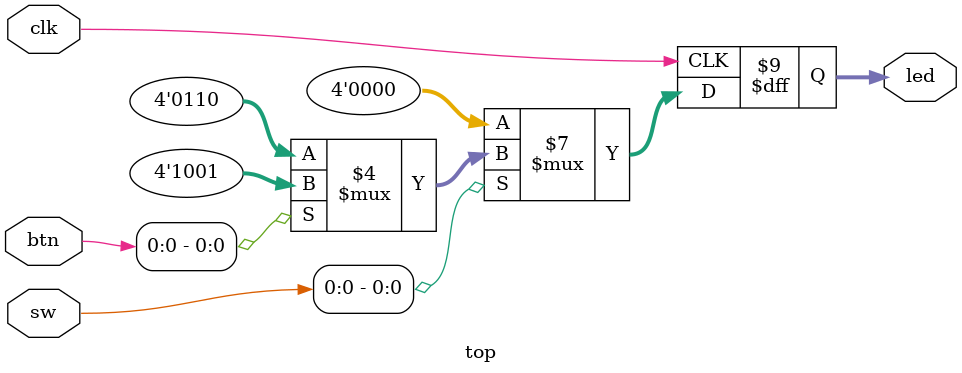
<source format=sv>

`default_nettype none
`timescale 1ns / 1ps

module top (
    input wire logic clk,
    input wire logic [3:0] sw,
    input wire logic [3:0] btn,
    output     logic [3:0] led
    );
    
    always_ff @(posedge clk) begin
        if (sw[0] == 0) begin
            led[3:0] <= 4'b0000;
        end else begin
            if (btn[0]) begin
                led[3:0] <= 4'b1001;
            end else begin
                led[3:0] <= 4'b0110;
            end
        end
    end
endmodule

</source>
